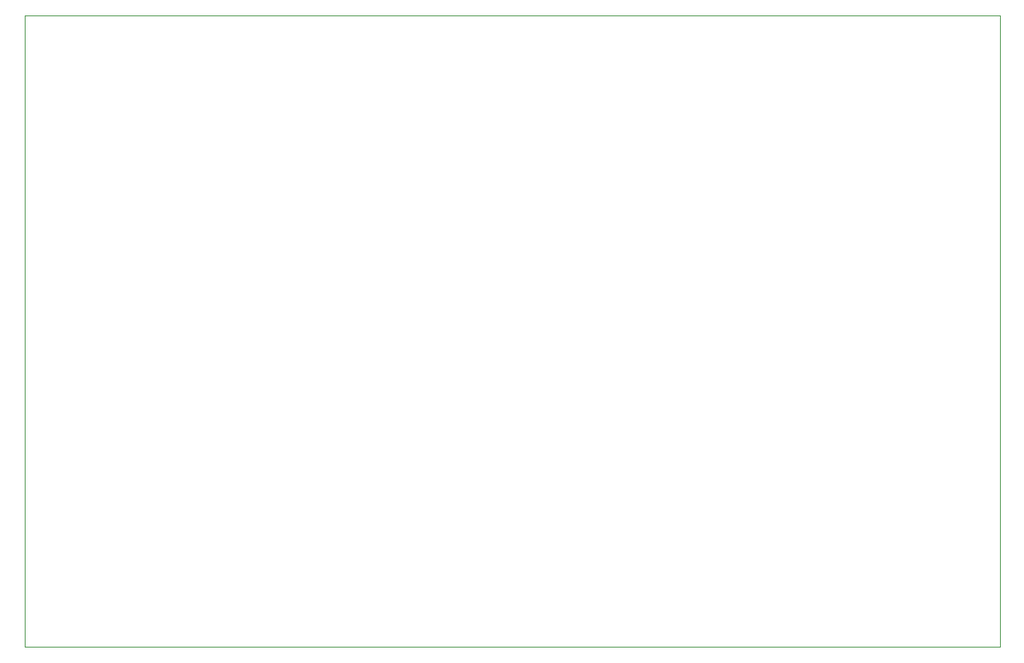
<source format=gbr>
G04 #@! TF.GenerationSoftware,KiCad,Pcbnew,5.1.9*
G04 #@! TF.CreationDate,2021-01-16T18:22:49+01:00*
G04 #@! TF.ProjectId,firework-ignition-system,66697265-776f-4726-9b2d-69676e697469,1*
G04 #@! TF.SameCoordinates,Original*
G04 #@! TF.FileFunction,Profile,NP*
%FSLAX46Y46*%
G04 Gerber Fmt 4.6, Leading zero omitted, Abs format (unit mm)*
G04 Created by KiCad (PCBNEW 5.1.9) date 2021-01-16 18:22:49*
%MOMM*%
%LPD*%
G01*
G04 APERTURE LIST*
G04 #@! TA.AperFunction,Profile*
%ADD10C,0.038100*%
G04 #@! TD*
G04 APERTURE END LIST*
D10*
X15240000Y61468000D02*
X15240000Y-7620000D01*
X121920000Y61468000D02*
X15240000Y61468000D01*
X121920000Y-7620000D02*
X121920000Y61468000D01*
X15240000Y-7620000D02*
X121920000Y-7620000D01*
M02*

</source>
